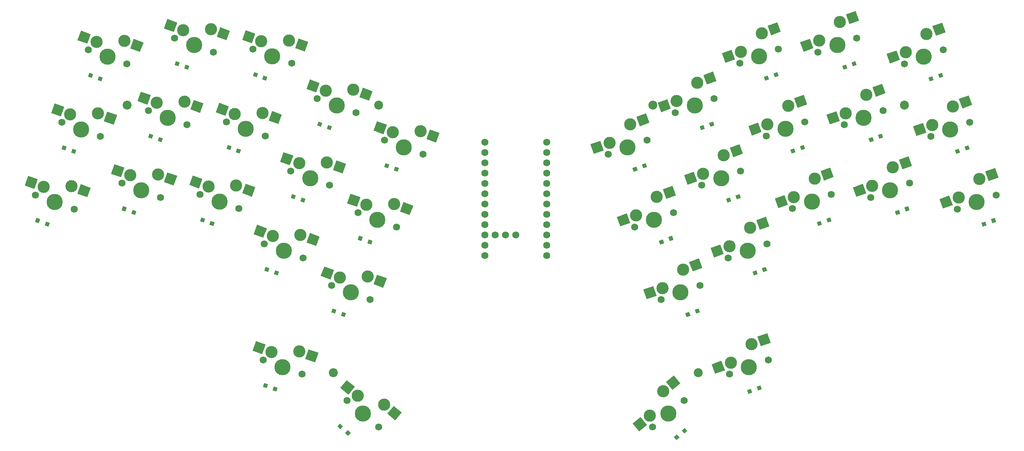
<source format=gbr>
%TF.GenerationSoftware,KiCad,Pcbnew,(5.1.10-1-10_14)*%
%TF.CreationDate,2021-09-30T22:11:02+08:00*%
%TF.ProjectId,k34,6b33342e-6b69-4636-9164-5f7063625858,rev?*%
%TF.SameCoordinates,Original*%
%TF.FileFunction,Soldermask,Bot*%
%TF.FilePolarity,Negative*%
%FSLAX46Y46*%
G04 Gerber Fmt 4.6, Leading zero omitted, Abs format (unit mm)*
G04 Created by KiCad (PCBNEW (5.1.10-1-10_14)) date 2021-09-30 22:11:02*
%MOMM*%
%LPD*%
G01*
G04 APERTURE LIST*
%ADD10C,2.200000*%
%ADD11C,0.100000*%
%ADD12C,3.000000*%
%ADD13C,3.987800*%
%ADD14C,1.750000*%
%ADD15C,1.752600*%
G04 APERTURE END LIST*
D10*
%TO.C,left_screw*%
X105791000Y-51943000D03*
%TD*%
%TO.C,left_screw*%
X173355000Y-51943000D03*
%TD*%
%TO.C,right_screw*%
X235331000Y-51943000D03*
%TD*%
%TO.C,right_screw_bot*%
X184531000Y-117856000D03*
%TD*%
%TO.C,left_screw_bot*%
X94615000Y-117856000D03*
%TD*%
%TO.C,left_screw*%
X43815000Y-51943000D03*
%TD*%
D11*
%TO.C,D1*%
G36*
X34184528Y-44871311D02*
G01*
X34526548Y-43931619D01*
X35466240Y-44273639D01*
X35124220Y-45213331D01*
X34184528Y-44871311D01*
G37*
G36*
X36533760Y-45726361D02*
G01*
X36875780Y-44786669D01*
X37815472Y-45128689D01*
X37473452Y-46068381D01*
X36533760Y-45726361D01*
G37*
%TD*%
%TO.C,D2*%
G36*
X55505873Y-41989868D02*
G01*
X55847893Y-41050176D01*
X56787585Y-41392196D01*
X56445565Y-42331888D01*
X55505873Y-41989868D01*
G37*
G36*
X57855105Y-42844918D02*
G01*
X58197125Y-41905226D01*
X59136817Y-42247246D01*
X58794797Y-43186938D01*
X57855105Y-42844918D01*
G37*
%TD*%
%TO.C,D3*%
G36*
X74775098Y-44746581D02*
G01*
X75117118Y-43806889D01*
X76056810Y-44148909D01*
X75714790Y-45088601D01*
X74775098Y-44746581D01*
G37*
G36*
X77124330Y-45601631D02*
G01*
X77466350Y-44661939D01*
X78406042Y-45003959D01*
X78064022Y-45943651D01*
X77124330Y-45601631D01*
G37*
%TD*%
%TO.C,D4*%
G36*
X90624122Y-56900221D02*
G01*
X90966142Y-55960529D01*
X91905834Y-56302549D01*
X91563814Y-57242241D01*
X90624122Y-56900221D01*
G37*
G36*
X92973354Y-57755271D02*
G01*
X93315374Y-56815579D01*
X94255066Y-57157599D01*
X93913046Y-58097291D01*
X92973354Y-57755271D01*
G37*
%TD*%
%TO.C,D5*%
G36*
X107157186Y-67174475D02*
G01*
X107499206Y-66234783D01*
X108438898Y-66576803D01*
X108096878Y-67516495D01*
X107157186Y-67174475D01*
G37*
G36*
X109506418Y-68029525D02*
G01*
X109848438Y-67089833D01*
X110788130Y-67431853D01*
X110446110Y-68371545D01*
X109506418Y-68029525D01*
G37*
%TD*%
%TO.C,D6*%
G36*
X171611093Y-66234783D02*
G01*
X171953113Y-67174475D01*
X171013421Y-67516495D01*
X170671401Y-66576803D01*
X171611093Y-66234783D01*
G37*
G36*
X169261861Y-67089833D02*
G01*
X169603881Y-68029525D01*
X168664189Y-68371545D01*
X168322169Y-67431853D01*
X169261861Y-67089833D01*
G37*
%TD*%
%TO.C,D7*%
G36*
X188144157Y-55960529D02*
G01*
X188486177Y-56900221D01*
X187546485Y-57242241D01*
X187204465Y-56302549D01*
X188144157Y-55960529D01*
G37*
G36*
X185794925Y-56815579D02*
G01*
X186136945Y-57755271D01*
X185197253Y-58097291D01*
X184855233Y-57157599D01*
X185794925Y-56815579D01*
G37*
%TD*%
%TO.C,D8*%
G36*
X203993180Y-43806889D02*
G01*
X204335200Y-44746581D01*
X203395508Y-45088601D01*
X203053488Y-44148909D01*
X203993180Y-43806889D01*
G37*
G36*
X201643948Y-44661939D02*
G01*
X201985968Y-45601631D01*
X201046276Y-45943651D01*
X200704256Y-45003959D01*
X201643948Y-44661939D01*
G37*
%TD*%
%TO.C,D9*%
G36*
X223262405Y-41050176D02*
G01*
X223604425Y-41989868D01*
X222664733Y-42331888D01*
X222322713Y-41392196D01*
X223262405Y-41050176D01*
G37*
G36*
X220913173Y-41905226D02*
G01*
X221255193Y-42844918D01*
X220315501Y-43186938D01*
X219973481Y-42247246D01*
X220913173Y-41905226D01*
G37*
%TD*%
%TO.C,D10*%
G36*
X244583751Y-43931619D02*
G01*
X244925771Y-44871311D01*
X243986079Y-45213331D01*
X243644059Y-44273639D01*
X244583751Y-43931619D01*
G37*
G36*
X242234519Y-44786669D02*
G01*
X242576539Y-45726361D01*
X241636847Y-46068381D01*
X241294827Y-45128689D01*
X242234519Y-44786669D01*
G37*
%TD*%
%TO.C,D11*%
G36*
X27669044Y-62772455D02*
G01*
X28011064Y-61832763D01*
X28950756Y-62174783D01*
X28608736Y-63114475D01*
X27669044Y-62772455D01*
G37*
G36*
X30018276Y-63627505D02*
G01*
X30360296Y-62687813D01*
X31299988Y-63029833D01*
X30957968Y-63969525D01*
X30018276Y-63627505D01*
G37*
%TD*%
%TO.C,D12*%
G36*
X48990390Y-59891012D02*
G01*
X49332410Y-58951320D01*
X50272102Y-59293340D01*
X49930082Y-60233032D01*
X48990390Y-59891012D01*
G37*
G36*
X51339622Y-60746062D02*
G01*
X51681642Y-59806370D01*
X52621334Y-60148390D01*
X52279314Y-61088082D01*
X51339622Y-60746062D01*
G37*
%TD*%
%TO.C,D13*%
G36*
X68259615Y-62647726D02*
G01*
X68601635Y-61708034D01*
X69541327Y-62050054D01*
X69199307Y-62989746D01*
X68259615Y-62647726D01*
G37*
G36*
X70608847Y-63502776D02*
G01*
X70950867Y-62563084D01*
X71890559Y-62905104D01*
X71548539Y-63844796D01*
X70608847Y-63502776D01*
G37*
%TD*%
%TO.C,D14*%
G36*
X84108638Y-74801365D02*
G01*
X84450658Y-73861673D01*
X85390350Y-74203693D01*
X85048330Y-75143385D01*
X84108638Y-74801365D01*
G37*
G36*
X86457870Y-75656415D02*
G01*
X86799890Y-74716723D01*
X87739582Y-75058743D01*
X87397562Y-75998435D01*
X86457870Y-75656415D01*
G37*
%TD*%
%TO.C,D15*%
G36*
X100641702Y-85075619D02*
G01*
X100983722Y-84135927D01*
X101923414Y-84477947D01*
X101581394Y-85417639D01*
X100641702Y-85075619D01*
G37*
G36*
X102990934Y-85930669D02*
G01*
X103332954Y-84990977D01*
X104272646Y-85332997D01*
X103930626Y-86272689D01*
X102990934Y-85930669D01*
G37*
%TD*%
%TO.C,D16*%
G36*
X178126577Y-84135927D02*
G01*
X178468597Y-85075619D01*
X177528905Y-85417639D01*
X177186885Y-84477947D01*
X178126577Y-84135927D01*
G37*
G36*
X175777345Y-84990977D02*
G01*
X176119365Y-85930669D01*
X175179673Y-86272689D01*
X174837653Y-85332997D01*
X175777345Y-84990977D01*
G37*
%TD*%
%TO.C,D17*%
G36*
X194659641Y-73861673D02*
G01*
X195001661Y-74801365D01*
X194061969Y-75143385D01*
X193719949Y-74203693D01*
X194659641Y-73861673D01*
G37*
G36*
X192310409Y-74716723D02*
G01*
X192652429Y-75656415D01*
X191712737Y-75998435D01*
X191370717Y-75058743D01*
X192310409Y-74716723D01*
G37*
%TD*%
%TO.C,D18*%
G36*
X208159432Y-62563084D02*
G01*
X208501452Y-63502776D01*
X207561760Y-63844796D01*
X207219740Y-62905104D01*
X208159432Y-62563084D01*
G37*
G36*
X210508664Y-61708034D02*
G01*
X210850684Y-62647726D01*
X209910992Y-62989746D01*
X209568972Y-62050054D01*
X210508664Y-61708034D01*
G37*
%TD*%
%TO.C,D19*%
G36*
X227428657Y-59806370D02*
G01*
X227770677Y-60746062D01*
X226830985Y-61088082D01*
X226488965Y-60148390D01*
X227428657Y-59806370D01*
G37*
G36*
X229777889Y-58951320D02*
G01*
X230119909Y-59891012D01*
X229180217Y-60233032D01*
X228838197Y-59293340D01*
X229777889Y-58951320D01*
G37*
%TD*%
%TO.C,D20*%
G36*
X248750003Y-62687813D02*
G01*
X249092023Y-63627505D01*
X248152331Y-63969525D01*
X247810311Y-63029833D01*
X248750003Y-62687813D01*
G37*
G36*
X251099235Y-61832763D02*
G01*
X251441255Y-62772455D01*
X250501563Y-63114475D01*
X250159543Y-62174783D01*
X251099235Y-61832763D01*
G37*
%TD*%
%TO.C,D21*%
G36*
X23502792Y-81528649D02*
G01*
X23844812Y-80588957D01*
X24784504Y-80930977D01*
X24442484Y-81870669D01*
X23502792Y-81528649D01*
G37*
G36*
X21153560Y-80673599D02*
G01*
X21495580Y-79733907D01*
X22435272Y-80075927D01*
X22093252Y-81015619D01*
X21153560Y-80673599D01*
G37*
%TD*%
%TO.C,D22*%
G36*
X44824138Y-78647207D02*
G01*
X45166158Y-77707515D01*
X46105850Y-78049535D01*
X45763830Y-78989227D01*
X44824138Y-78647207D01*
G37*
G36*
X42474906Y-77792157D02*
G01*
X42816926Y-76852465D01*
X43756618Y-77194485D01*
X43414598Y-78134177D01*
X42474906Y-77792157D01*
G37*
%TD*%
%TO.C,D23*%
G36*
X64093363Y-81403920D02*
G01*
X64435383Y-80464228D01*
X65375075Y-80806248D01*
X65033055Y-81745940D01*
X64093363Y-81403920D01*
G37*
G36*
X61744131Y-80548870D02*
G01*
X62086151Y-79609178D01*
X63025843Y-79951198D01*
X62683823Y-80890890D01*
X61744131Y-80548870D01*
G37*
%TD*%
%TO.C,D24*%
G36*
X79942386Y-93557560D02*
G01*
X80284406Y-92617868D01*
X81224098Y-92959888D01*
X80882078Y-93899580D01*
X79942386Y-93557560D01*
G37*
G36*
X77593154Y-92702510D02*
G01*
X77935174Y-91762818D01*
X78874866Y-92104838D01*
X78532846Y-93044530D01*
X77593154Y-92702510D01*
G37*
%TD*%
%TO.C,D25*%
G36*
X96475450Y-103831814D02*
G01*
X96817470Y-102892122D01*
X97757162Y-103234142D01*
X97415142Y-104173834D01*
X96475450Y-103831814D01*
G37*
G36*
X94126218Y-102976764D02*
G01*
X94468238Y-102037072D01*
X95407930Y-102379092D01*
X95065910Y-103318784D01*
X94126218Y-102976764D01*
G37*
%TD*%
%TO.C,D26*%
G36*
X182292829Y-102892122D02*
G01*
X182634849Y-103831814D01*
X181695157Y-104173834D01*
X181353137Y-103234142D01*
X182292829Y-102892122D01*
G37*
G36*
X184642061Y-102037072D02*
G01*
X184984081Y-102976764D01*
X184044389Y-103318784D01*
X183702369Y-102379092D01*
X184642061Y-102037072D01*
G37*
%TD*%
%TO.C,D27*%
G36*
X198825892Y-92617868D02*
G01*
X199167912Y-93557560D01*
X198228220Y-93899580D01*
X197886200Y-92959888D01*
X198825892Y-92617868D01*
G37*
G36*
X201175124Y-91762818D02*
G01*
X201517144Y-92702510D01*
X200577452Y-93044530D01*
X200235432Y-92104838D01*
X201175124Y-91762818D01*
G37*
%TD*%
%TO.C,D28*%
G36*
X214674916Y-80464228D02*
G01*
X215016936Y-81403920D01*
X214077244Y-81745940D01*
X213735224Y-80806248D01*
X214674916Y-80464228D01*
G37*
G36*
X217024148Y-79609178D02*
G01*
X217366168Y-80548870D01*
X216426476Y-80890890D01*
X216084456Y-79951198D01*
X217024148Y-79609178D01*
G37*
%TD*%
%TO.C,D29*%
G36*
X233944141Y-77707515D02*
G01*
X234286161Y-78647207D01*
X233346469Y-78989227D01*
X233004449Y-78049535D01*
X233944141Y-77707515D01*
G37*
G36*
X236293373Y-76852465D02*
G01*
X236635393Y-77792157D01*
X235695701Y-78134177D01*
X235353681Y-77194485D01*
X236293373Y-76852465D01*
G37*
%TD*%
%TO.C,D30*%
G36*
X255265487Y-80588957D02*
G01*
X255607507Y-81528649D01*
X254667815Y-81870669D01*
X254325795Y-80930977D01*
X255265487Y-80588957D01*
G37*
G36*
X257614719Y-79733907D02*
G01*
X257956739Y-80673599D01*
X257017047Y-81015619D01*
X256675027Y-80075927D01*
X257614719Y-79733907D01*
G37*
%TD*%
%TO.C,D31*%
G36*
X79641314Y-122233987D02*
G01*
X79983334Y-121294295D01*
X80923026Y-121636315D01*
X80581006Y-122576007D01*
X79641314Y-122233987D01*
G37*
G36*
X77292082Y-121378937D02*
G01*
X77634102Y-120439245D01*
X78573794Y-120781265D01*
X78231774Y-121720957D01*
X77292082Y-121378937D01*
G37*
%TD*%
%TO.C,D32*%
G36*
X95620028Y-131211143D02*
G01*
X96262816Y-130445099D01*
X97028860Y-131087887D01*
X96386072Y-131853931D01*
X95620028Y-131211143D01*
G37*
G36*
X97535140Y-132818113D02*
G01*
X98177928Y-132052069D01*
X98943972Y-132694857D01*
X98301184Y-133460901D01*
X97535140Y-132818113D01*
G37*
%TD*%
%TO.C,D33*%
G36*
X181076685Y-132879882D02*
G01*
X180433897Y-132113838D01*
X181199941Y-131471050D01*
X181842729Y-132237094D01*
X181076685Y-132879882D01*
G37*
G36*
X179161573Y-134486852D02*
G01*
X178518785Y-133720808D01*
X179284829Y-133078020D01*
X179927617Y-133844064D01*
X179161573Y-134486852D01*
G37*
%TD*%
%TO.C,D34*%
G36*
X199249780Y-122260331D02*
G01*
X198907760Y-121320639D01*
X199847452Y-120978619D01*
X200189472Y-121918311D01*
X199249780Y-122260331D01*
G37*
G36*
X196900548Y-123115381D02*
G01*
X196558528Y-122175689D01*
X197498220Y-121833669D01*
X197840240Y-122773361D01*
X196900548Y-123115381D01*
G37*
%TD*%
D12*
%TO.C,MX1*%
X43124282Y-36095093D03*
D13*
X39000000Y-40000000D03*
D12*
X36288502Y-36310084D03*
D14*
X34226361Y-38262538D03*
X43773639Y-41737462D03*
D11*
G36*
X31585376Y-35928508D02*
G01*
X32440426Y-33579277D01*
X34836642Y-34451428D01*
X33981592Y-36800659D01*
X31585376Y-35928508D01*
G37*
G36*
X44601514Y-37962983D02*
G01*
X45456564Y-35613752D01*
X47852780Y-36485903D01*
X46997730Y-38835134D01*
X44601514Y-37962983D01*
G37*
%TD*%
D12*
%TO.C,MX2*%
X64445627Y-33213650D03*
D13*
X60321345Y-37118557D03*
D12*
X57609847Y-33428641D03*
D14*
X55547706Y-35381095D03*
X65094984Y-38856019D03*
D11*
G36*
X52906721Y-33047065D02*
G01*
X53761771Y-30697834D01*
X56157987Y-31569985D01*
X55302937Y-33919216D01*
X52906721Y-33047065D01*
G37*
G36*
X65922859Y-35081540D02*
G01*
X66777909Y-32732309D01*
X69174125Y-33604460D01*
X68319075Y-35953691D01*
X65922859Y-35081540D01*
G37*
%TD*%
D12*
%TO.C,MX3*%
X83714852Y-35970363D03*
D13*
X79590570Y-39875270D03*
D12*
X76879072Y-36185354D03*
D14*
X74816931Y-38137808D03*
X84364209Y-41612732D03*
D11*
G36*
X72175946Y-35803778D02*
G01*
X73030996Y-33454547D01*
X75427212Y-34326698D01*
X74572162Y-36675929D01*
X72175946Y-35803778D01*
G37*
G36*
X85192084Y-37838253D02*
G01*
X86047134Y-35489022D01*
X88443350Y-36361173D01*
X87588300Y-38710404D01*
X85192084Y-37838253D01*
G37*
%TD*%
D12*
%TO.C,MX4*%
X99563876Y-48124003D03*
D13*
X95439594Y-52028910D03*
D12*
X92728096Y-48338994D03*
D14*
X90665955Y-50291448D03*
X100213233Y-53766372D03*
D11*
G36*
X88024970Y-47957418D02*
G01*
X88880020Y-45608187D01*
X91276236Y-46480338D01*
X90421186Y-48829569D01*
X88024970Y-47957418D01*
G37*
G36*
X101041108Y-49991893D02*
G01*
X101896158Y-47642662D01*
X104292374Y-48514813D01*
X103437324Y-50864044D01*
X101041108Y-49991893D01*
G37*
%TD*%
D12*
%TO.C,MX5*%
X116096940Y-58398257D03*
D13*
X111972658Y-62303164D03*
D12*
X109261160Y-58613248D03*
D14*
X107199019Y-60565702D03*
X116746297Y-64040626D03*
D11*
G36*
X104558034Y-58231672D02*
G01*
X105413084Y-55882441D01*
X107809300Y-56754592D01*
X106954250Y-59103823D01*
X104558034Y-58231672D01*
G37*
G36*
X117574172Y-60266147D02*
G01*
X118429222Y-57916916D01*
X120825438Y-58789067D01*
X119970388Y-61138298D01*
X117574172Y-60266147D01*
G37*
%TD*%
D12*
%TO.C,MX6*%
X167786998Y-56660794D03*
D13*
X167137641Y-62303164D03*
D12*
X162688681Y-61219441D03*
D14*
X162364002Y-64040626D03*
X171911280Y-60565702D03*
D11*
G36*
X158840605Y-63950248D02*
G01*
X157985555Y-61601017D01*
X160381771Y-60728866D01*
X161236821Y-63078097D01*
X158840605Y-63950248D01*
G37*
G36*
X170119280Y-57142135D02*
G01*
X169264230Y-54792904D01*
X171660446Y-53920753D01*
X172515496Y-56269984D01*
X170119280Y-57142135D01*
G37*
%TD*%
D12*
%TO.C,MX7*%
X184320062Y-46386540D03*
D13*
X183670705Y-52028910D03*
D12*
X179221745Y-50945187D03*
D14*
X178897066Y-53766372D03*
X188444344Y-50291448D03*
D11*
G36*
X175373669Y-53675994D02*
G01*
X174518619Y-51326763D01*
X176914835Y-50454612D01*
X177769885Y-52803843D01*
X175373669Y-53675994D01*
G37*
G36*
X186652344Y-46867881D02*
G01*
X185797294Y-44518650D01*
X188193510Y-43646499D01*
X189048560Y-45995730D01*
X186652344Y-46867881D01*
G37*
%TD*%
D12*
%TO.C,MX8*%
X200169085Y-34232900D03*
D13*
X199519728Y-39875270D03*
D12*
X195070768Y-38791547D03*
D14*
X194746089Y-41612732D03*
X204293367Y-38137808D03*
D11*
G36*
X191222692Y-41522354D02*
G01*
X190367642Y-39173123D01*
X192763858Y-38300972D01*
X193618908Y-40650203D01*
X191222692Y-41522354D01*
G37*
G36*
X202501367Y-34714241D02*
G01*
X201646317Y-32365010D01*
X204042533Y-31492859D01*
X204897583Y-33842090D01*
X202501367Y-34714241D01*
G37*
%TD*%
D12*
%TO.C,MX9*%
X219438310Y-31476187D03*
D13*
X218788953Y-37118557D03*
D12*
X214339993Y-36034834D03*
D14*
X214015314Y-38856019D03*
X223562592Y-35381095D03*
D11*
G36*
X210491917Y-38765641D02*
G01*
X209636867Y-36416410D01*
X212033083Y-35544259D01*
X212888133Y-37893490D01*
X210491917Y-38765641D01*
G37*
G36*
X221770592Y-31957528D02*
G01*
X220915542Y-29608297D01*
X223311758Y-28736146D01*
X224166808Y-31085377D01*
X221770592Y-31957528D01*
G37*
%TD*%
D12*
%TO.C,MX10*%
X240759656Y-34357630D03*
D13*
X240110299Y-40000000D03*
D12*
X235661339Y-38916277D03*
D14*
X235336660Y-41737462D03*
X244883938Y-38262538D03*
D11*
G36*
X231813263Y-41647084D02*
G01*
X230958213Y-39297853D01*
X233354429Y-38425702D01*
X234209479Y-40774933D01*
X231813263Y-41647084D01*
G37*
G36*
X243091938Y-34838971D02*
G01*
X242236888Y-32489740D01*
X244633104Y-31617589D01*
X245488154Y-33966820D01*
X243091938Y-34838971D01*
G37*
%TD*%
D12*
%TO.C,MX11*%
X36608798Y-53996237D03*
D13*
X32484516Y-57901144D03*
D12*
X29773018Y-54211228D03*
D14*
X27710877Y-56163682D03*
X37258155Y-59638606D03*
D11*
G36*
X25069892Y-53829652D02*
G01*
X25924942Y-51480421D01*
X28321158Y-52352572D01*
X27466108Y-54701803D01*
X25069892Y-53829652D01*
G37*
G36*
X38086030Y-55864127D02*
G01*
X38941080Y-53514896D01*
X41337296Y-54387047D01*
X40482246Y-56736278D01*
X38086030Y-55864127D01*
G37*
%TD*%
D12*
%TO.C,MX12*%
X57930144Y-51114794D03*
D13*
X53805862Y-55019701D03*
D12*
X51094364Y-51329785D03*
D14*
X49032223Y-53282239D03*
X58579501Y-56757163D03*
D11*
G36*
X46391238Y-50948209D02*
G01*
X47246288Y-48598978D01*
X49642504Y-49471129D01*
X48787454Y-51820360D01*
X46391238Y-50948209D01*
G37*
G36*
X59407376Y-52982684D02*
G01*
X60262426Y-50633453D01*
X62658642Y-51505604D01*
X61803592Y-53854835D01*
X59407376Y-52982684D01*
G37*
%TD*%
D12*
%TO.C,MX13*%
X77199369Y-53871508D03*
D13*
X73075087Y-57776415D03*
D12*
X70363589Y-54086499D03*
D14*
X68301448Y-56038953D03*
X77848726Y-59513877D03*
D11*
G36*
X65660463Y-53704923D02*
G01*
X66515513Y-51355692D01*
X68911729Y-52227843D01*
X68056679Y-54577074D01*
X65660463Y-53704923D01*
G37*
G36*
X78676601Y-55739398D02*
G01*
X79531651Y-53390167D01*
X81927867Y-54262318D01*
X81072817Y-56611549D01*
X78676601Y-55739398D01*
G37*
%TD*%
D12*
%TO.C,MX14*%
X93048392Y-66025147D03*
D13*
X88924110Y-69930054D03*
D12*
X86212612Y-66240138D03*
D14*
X84150471Y-68192592D03*
X93697749Y-71667516D03*
D11*
G36*
X81509486Y-65858562D02*
G01*
X82364536Y-63509331D01*
X84760752Y-64381482D01*
X83905702Y-66730713D01*
X81509486Y-65858562D01*
G37*
G36*
X94525624Y-67893037D02*
G01*
X95380674Y-65543806D01*
X97776890Y-66415957D01*
X96921840Y-68765188D01*
X94525624Y-67893037D01*
G37*
%TD*%
D12*
%TO.C,MX15*%
X109581456Y-76299401D03*
D13*
X105457174Y-80204308D03*
D12*
X102745676Y-76514392D03*
D14*
X100683535Y-78466846D03*
X110230813Y-81941770D03*
D11*
G36*
X98042550Y-76132816D02*
G01*
X98897600Y-73783585D01*
X101293816Y-74655736D01*
X100438766Y-77004967D01*
X98042550Y-76132816D01*
G37*
G36*
X111058688Y-78167291D02*
G01*
X111913738Y-75818060D01*
X114309954Y-76690211D01*
X113454904Y-79039442D01*
X111058688Y-78167291D01*
G37*
%TD*%
D12*
%TO.C,MX16*%
X174302482Y-74561938D03*
D13*
X173653125Y-80204308D03*
D12*
X169204165Y-79120585D03*
D14*
X168879486Y-81941770D03*
X178426764Y-78466846D03*
D11*
G36*
X165356089Y-81851392D02*
G01*
X164501039Y-79502161D01*
X166897255Y-78630010D01*
X167752305Y-80979241D01*
X165356089Y-81851392D01*
G37*
G36*
X176634764Y-75043279D02*
G01*
X175779714Y-72694048D01*
X178175930Y-71821897D01*
X179030980Y-74171128D01*
X176634764Y-75043279D01*
G37*
%TD*%
D12*
%TO.C,MX17*%
X190835546Y-64287684D03*
D13*
X190186189Y-69930054D03*
D12*
X185737229Y-68846331D03*
D14*
X185412550Y-71667516D03*
X194959828Y-68192592D03*
D11*
G36*
X181889153Y-71577138D02*
G01*
X181034103Y-69227907D01*
X183430319Y-68355756D01*
X184285369Y-70704987D01*
X181889153Y-71577138D01*
G37*
G36*
X193167828Y-64769025D02*
G01*
X192312778Y-62419794D01*
X194708994Y-61547643D01*
X195564044Y-63896874D01*
X193167828Y-64769025D01*
G37*
%TD*%
%TO.C,MX18*%
G36*
X209016851Y-52615386D02*
G01*
X208161801Y-50266155D01*
X210558017Y-49394004D01*
X211413067Y-51743235D01*
X209016851Y-52615386D01*
G37*
G36*
X197738176Y-59423499D02*
G01*
X196883126Y-57074268D01*
X199279342Y-56202117D01*
X200134392Y-58551348D01*
X197738176Y-59423499D01*
G37*
D14*
X210808851Y-56038953D03*
X201261573Y-59513877D03*
D12*
X201586252Y-56692692D03*
D13*
X206035212Y-57776415D03*
D12*
X206684569Y-52134045D03*
%TD*%
D11*
%TO.C,MX19*%
G36*
X228286076Y-49858672D02*
G01*
X227431026Y-47509441D01*
X229827242Y-46637290D01*
X230682292Y-48986521D01*
X228286076Y-49858672D01*
G37*
G36*
X217007401Y-56666785D02*
G01*
X216152351Y-54317554D01*
X218548567Y-53445403D01*
X219403617Y-55794634D01*
X217007401Y-56666785D01*
G37*
D14*
X230078076Y-53282239D03*
X220530798Y-56757163D03*
D12*
X220855477Y-53935978D03*
D13*
X225304437Y-55019701D03*
D12*
X225953794Y-49377331D03*
%TD*%
D11*
%TO.C,MX20*%
G36*
X249607422Y-52740115D02*
G01*
X248752372Y-50390884D01*
X251148588Y-49518733D01*
X252003638Y-51867964D01*
X249607422Y-52740115D01*
G37*
G36*
X238328747Y-59548228D02*
G01*
X237473697Y-57198997D01*
X239869913Y-56326846D01*
X240724963Y-58676077D01*
X238328747Y-59548228D01*
G37*
D14*
X251399422Y-56163682D03*
X241852144Y-59638606D03*
D12*
X242176823Y-56817421D03*
D13*
X246625783Y-57901144D03*
D12*
X247275140Y-52258774D03*
%TD*%
D11*
%TO.C,MX21*%
G36*
X31570546Y-73765271D02*
G01*
X32425596Y-71416040D01*
X34821812Y-72288191D01*
X33966762Y-74637422D01*
X31570546Y-73765271D01*
G37*
G36*
X18554408Y-71730796D02*
G01*
X19409458Y-69381565D01*
X21805674Y-70253716D01*
X20950624Y-72602947D01*
X18554408Y-71730796D01*
G37*
D14*
X30742671Y-77539750D03*
X21195393Y-74064826D03*
D12*
X23257534Y-72112372D03*
D13*
X25969032Y-75802288D03*
D12*
X30093314Y-71897381D03*
%TD*%
D11*
%TO.C,MX22*%
G36*
X52891892Y-70883829D02*
G01*
X53746942Y-68534598D01*
X56143158Y-69406749D01*
X55288108Y-71755980D01*
X52891892Y-70883829D01*
G37*
G36*
X39875754Y-68849354D02*
G01*
X40730804Y-66500123D01*
X43127020Y-67372274D01*
X42271970Y-69721505D01*
X39875754Y-68849354D01*
G37*
D14*
X52064017Y-74658308D03*
X42516739Y-71183384D03*
D12*
X44578880Y-69230930D03*
D13*
X47290378Y-72920846D03*
D12*
X51414660Y-69015939D03*
%TD*%
D11*
%TO.C,MX23*%
G36*
X72161117Y-73640542D02*
G01*
X73016167Y-71291311D01*
X75412383Y-72163462D01*
X74557333Y-74512693D01*
X72161117Y-73640542D01*
G37*
G36*
X59144979Y-71606067D02*
G01*
X60000029Y-69256836D01*
X62396245Y-70128987D01*
X61541195Y-72478218D01*
X59144979Y-71606067D01*
G37*
D14*
X71333242Y-77415021D03*
X61785964Y-73940097D03*
D12*
X63848105Y-71987643D03*
D13*
X66559603Y-75677559D03*
D12*
X70683885Y-71772652D03*
%TD*%
D11*
%TO.C,MX24*%
G36*
X88010140Y-85794182D02*
G01*
X88865190Y-83444951D01*
X91261406Y-84317102D01*
X90406356Y-86666333D01*
X88010140Y-85794182D01*
G37*
G36*
X74994002Y-83759707D02*
G01*
X75849052Y-81410476D01*
X78245268Y-82282627D01*
X77390218Y-84631858D01*
X74994002Y-83759707D01*
G37*
D14*
X87182265Y-89568661D03*
X77634987Y-86093737D03*
D12*
X79697128Y-84141283D03*
D13*
X82408626Y-87831199D03*
D12*
X86532908Y-83926292D03*
%TD*%
D11*
%TO.C,MX25*%
G36*
X104543204Y-96068436D02*
G01*
X105398254Y-93719205D01*
X107794470Y-94591356D01*
X106939420Y-96940587D01*
X104543204Y-96068436D01*
G37*
G36*
X91527066Y-94033961D02*
G01*
X92382116Y-91684730D01*
X94778332Y-92556881D01*
X93923282Y-94906112D01*
X91527066Y-94033961D01*
G37*
D14*
X103715329Y-99842915D03*
X94168051Y-96367991D03*
D12*
X96230192Y-94415537D03*
D13*
X98941690Y-98105453D03*
D12*
X103065972Y-94200546D03*
%TD*%
D11*
%TO.C,MX26*%
G36*
X183150248Y-92944424D02*
G01*
X182295198Y-90595193D01*
X184691414Y-89723042D01*
X185546464Y-92072273D01*
X183150248Y-92944424D01*
G37*
G36*
X171871573Y-99752537D02*
G01*
X171016523Y-97403306D01*
X173412739Y-96531155D01*
X174267789Y-98880386D01*
X171871573Y-99752537D01*
G37*
D14*
X184942248Y-96367991D03*
X175394970Y-99842915D03*
D12*
X175719649Y-97021730D03*
D13*
X180168609Y-98105453D03*
D12*
X180817966Y-92463083D03*
%TD*%
D11*
%TO.C,MX27*%
G36*
X199683311Y-82670170D02*
G01*
X198828261Y-80320939D01*
X201224477Y-79448788D01*
X202079527Y-81798019D01*
X199683311Y-82670170D01*
G37*
G36*
X188404636Y-89478283D02*
G01*
X187549586Y-87129052D01*
X189945802Y-86256901D01*
X190800852Y-88606132D01*
X188404636Y-89478283D01*
G37*
D14*
X201475311Y-86093737D03*
X191928033Y-89568661D03*
D12*
X192252712Y-86747476D03*
D13*
X196701672Y-87831199D03*
D12*
X197351029Y-82188829D03*
%TD*%
D11*
%TO.C,MX28*%
G36*
X215532335Y-70516530D02*
G01*
X214677285Y-68167299D01*
X217073501Y-67295148D01*
X217928551Y-69644379D01*
X215532335Y-70516530D01*
G37*
G36*
X204253660Y-77324643D02*
G01*
X203398610Y-74975412D01*
X205794826Y-74103261D01*
X206649876Y-76452492D01*
X204253660Y-77324643D01*
G37*
D14*
X217324335Y-73940097D03*
X207777057Y-77415021D03*
D12*
X208101736Y-74593836D03*
D13*
X212550696Y-75677559D03*
D12*
X213200053Y-70035189D03*
%TD*%
D11*
%TO.C,MX29*%
G36*
X234801560Y-67759817D02*
G01*
X233946510Y-65410586D01*
X236342726Y-64538435D01*
X237197776Y-66887666D01*
X234801560Y-67759817D01*
G37*
G36*
X223522885Y-74567930D02*
G01*
X222667835Y-72218699D01*
X225064051Y-71346548D01*
X225919101Y-73695779D01*
X223522885Y-74567930D01*
G37*
D14*
X236593560Y-71183384D03*
X227046282Y-74658308D03*
D12*
X227370961Y-71837123D03*
D13*
X231819921Y-72920846D03*
D12*
X232469278Y-67278476D03*
%TD*%
D11*
%TO.C,MX30*%
G36*
X256122906Y-70641259D02*
G01*
X255267856Y-68292028D01*
X257664072Y-67419877D01*
X258519122Y-69769108D01*
X256122906Y-70641259D01*
G37*
G36*
X244844231Y-77449372D02*
G01*
X243989181Y-75100141D01*
X246385397Y-74227990D01*
X247240447Y-76577221D01*
X244844231Y-77449372D01*
G37*
D14*
X257914906Y-74064826D03*
X248367628Y-77539750D03*
D12*
X248692307Y-74718565D03*
D13*
X253141267Y-75802288D03*
D12*
X253790624Y-70159918D03*
%TD*%
D11*
%TO.C,MX31*%
G36*
X87709068Y-114470609D02*
G01*
X88564118Y-112121378D01*
X90960334Y-112993529D01*
X90105284Y-115342760D01*
X87709068Y-114470609D01*
G37*
G36*
X74692930Y-112436134D02*
G01*
X75547980Y-110086903D01*
X77944196Y-110959054D01*
X77089146Y-113308285D01*
X74692930Y-112436134D01*
G37*
D14*
X86881193Y-118245088D03*
X77333915Y-114770164D03*
D12*
X79396056Y-112817710D03*
D13*
X82107554Y-116507626D03*
D12*
X86231836Y-112602719D03*
%TD*%
D11*
%TO.C,MX32*%
G36*
X107889944Y-127980611D02*
G01*
X109496913Y-126065500D01*
X111450326Y-127704609D01*
X109843357Y-129619720D01*
X107889944Y-127980611D01*
G37*
G36*
X96354607Y-121617049D02*
G01*
X97961576Y-119701938D01*
X99914989Y-121341047D01*
X98308020Y-123256158D01*
X96354607Y-121617049D01*
G37*
D14*
X105821048Y-131244312D03*
X98038036Y-124713590D03*
D12*
X100643593Y-123584177D03*
D13*
X101929542Y-127978951D03*
D12*
X107140656Y-125720126D03*
%TD*%
D11*
%TO.C,MX33*%
G36*
X178217406Y-122109390D02*
G01*
X176610437Y-120194279D01*
X178563850Y-118555170D01*
X180170819Y-120470281D01*
X178217406Y-122109390D01*
G37*
G36*
X169947430Y-132364458D02*
G01*
X168340461Y-130449347D01*
X170293874Y-128810238D01*
X171900843Y-130725349D01*
X169947430Y-132364458D01*
G37*
D14*
X181072263Y-124713590D03*
X173289251Y-131244312D03*
D12*
X172629447Y-128482219D03*
D13*
X177180757Y-127978951D03*
D12*
X175861149Y-122454765D03*
%TD*%
D11*
%TO.C,MX34*%
G36*
X199984384Y-111346597D02*
G01*
X199129334Y-108997366D01*
X201525550Y-108125215D01*
X202380600Y-110474446D01*
X199984384Y-111346597D01*
G37*
G36*
X188705709Y-118154710D02*
G01*
X187850659Y-115805479D01*
X190246875Y-114933328D01*
X191101925Y-117282559D01*
X188705709Y-118154710D01*
G37*
D14*
X201776384Y-114770164D03*
X192229106Y-118245088D03*
D12*
X192553785Y-115423903D03*
D13*
X197002745Y-116507626D03*
D12*
X197652102Y-110865256D03*
%TD*%
D15*
%TO.C,U1*%
X139555149Y-83890000D03*
X137015149Y-83890000D03*
X134475149Y-83890000D03*
X147175149Y-61030000D03*
X131935149Y-88970000D03*
X147175149Y-63570000D03*
X147175149Y-66110000D03*
X147175149Y-68650000D03*
X147175149Y-71190000D03*
X147175149Y-73730000D03*
X147175149Y-76270000D03*
X147175149Y-78810000D03*
X147175149Y-81350000D03*
X147175149Y-83890000D03*
X147175149Y-86430000D03*
X147175149Y-88970000D03*
X131935149Y-86430000D03*
X131935149Y-83890000D03*
X131935149Y-81350000D03*
X131935149Y-78810000D03*
X131935149Y-76270000D03*
X131935149Y-73730000D03*
X131935149Y-71190000D03*
X131935149Y-68650000D03*
X131935149Y-66110000D03*
X131935149Y-63570000D03*
X131935149Y-61030000D03*
%TD*%
M02*

</source>
